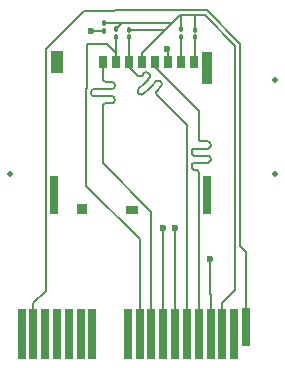
<source format=gbr>
%TF.GenerationSoftware,KiCad,Pcbnew,8.0.8*%
%TF.CreationDate,2025-07-23T18:09:19+02:00*%
%TF.ProjectId,CartridgeMk3,43617274-7269-4646-9765-4d6b332e6b69,rev?*%
%TF.SameCoordinates,Original*%
%TF.FileFunction,Copper,L1,Top*%
%TF.FilePolarity,Positive*%
%FSLAX46Y46*%
G04 Gerber Fmt 4.6, Leading zero omitted, Abs format (unit mm)*
G04 Created by KiCad (PCBNEW 8.0.8) date 2025-07-23 18:09:19*
%MOMM*%
%LPD*%
G01*
G04 APERTURE LIST*
G04 Aperture macros list*
%AMRoundRect*
0 Rectangle with rounded corners*
0 $1 Rounding radius*
0 $2 $3 $4 $5 $6 $7 $8 $9 X,Y pos of 4 corners*
0 Add a 4 corners polygon primitive as box body*
4,1,4,$2,$3,$4,$5,$6,$7,$8,$9,$2,$3,0*
0 Add four circle primitives for the rounded corners*
1,1,$1+$1,$2,$3*
1,1,$1+$1,$4,$5*
1,1,$1+$1,$6,$7*
1,1,$1+$1,$8,$9*
0 Add four rect primitives between the rounded corners*
20,1,$1+$1,$2,$3,$4,$5,0*
20,1,$1+$1,$4,$5,$6,$7,0*
20,1,$1+$1,$6,$7,$8,$9,0*
20,1,$1+$1,$8,$9,$2,$3,0*%
G04 Aperture macros list end*
%TA.AperFunction,SMDPad,CuDef*%
%ADD10C,0.500000*%
%TD*%
%TA.AperFunction,SMDPad,CuDef*%
%ADD11RoundRect,0.100000X-0.100000X0.130000X-0.100000X-0.130000X0.100000X-0.130000X0.100000X0.130000X0*%
%TD*%
%TA.AperFunction,SMDPad,CuDef*%
%ADD12R,0.700000X1.100000*%
%TD*%
%TA.AperFunction,SMDPad,CuDef*%
%ADD13R,0.900000X0.930000*%
%TD*%
%TA.AperFunction,SMDPad,CuDef*%
%ADD14R,1.050000X0.780000*%
%TD*%
%TA.AperFunction,SMDPad,CuDef*%
%ADD15R,0.700000X3.330000*%
%TD*%
%TA.AperFunction,SMDPad,CuDef*%
%ADD16R,1.140000X1.830000*%
%TD*%
%TA.AperFunction,SMDPad,CuDef*%
%ADD17R,0.860000X2.800000*%
%TD*%
%TA.AperFunction,ConnectorPad*%
%ADD18R,0.700000X3.200000*%
%TD*%
%TA.AperFunction,ConnectorPad*%
%ADD19R,0.700000X4.300000*%
%TD*%
%TA.AperFunction,ViaPad*%
%ADD20C,0.600000*%
%TD*%
%TA.AperFunction,Conductor*%
%ADD21C,0.200000*%
%TD*%
G04 APERTURE END LIST*
D10*
%TO.P,FD1,*%
%TO.N,*%
X167000000Y-61500000D03*
%TD*%
D11*
%TO.P,R1,1*%
%TO.N,3V3*%
X182650000Y-49235000D03*
%TO.P,R1,2*%
%TO.N,SD_DAT1*%
X182650000Y-49875000D03*
%TD*%
%TO.P,R3,1*%
%TO.N,3V3*%
X174950000Y-48680000D03*
%TO.P,R3,2*%
%TO.N,SD_DAT2*%
X174950000Y-49320000D03*
%TD*%
D10*
%TO.P,FD2,*%
%TO.N,*%
X189500000Y-53500000D03*
%TD*%
%TO.P,FD3,*%
%TO.N,*%
X189500000Y-61500000D03*
%TD*%
D11*
%TO.P,R5,1*%
%TO.N,3V3*%
X175995000Y-49230000D03*
%TO.P,R5,2*%
%TO.N,SD_DAT3*%
X175995000Y-49870000D03*
%TD*%
%TO.P,R2,1*%
%TO.N,3V3*%
X181500000Y-49230000D03*
%TO.P,R2,2*%
%TO.N,SD_DAT0*%
X181500000Y-49870000D03*
%TD*%
D12*
%TO.P,J2,1,DAT2*%
%TO.N,SD_DAT2*%
X174880000Y-51985000D03*
%TO.P,J2,2,DAT3/CD*%
%TO.N,SD_DAT3*%
X175980000Y-51985000D03*
%TO.P,J2,3,CMD*%
%TO.N,SD_CMD*%
X177080000Y-51985000D03*
%TO.P,J2,4,VDD*%
%TO.N,3V3*%
X178180000Y-51985000D03*
%TO.P,J2,5,CLK*%
%TO.N,SD_CLK*%
X179280000Y-51985000D03*
%TO.P,J2,6,VSS*%
%TO.N,GND*%
X180380000Y-51985000D03*
%TO.P,J2,7,DAT0*%
%TO.N,SD_DAT0*%
X181480000Y-51985000D03*
%TO.P,J2,8,DAT1*%
%TO.N,SD_DAT1*%
X182580000Y-51985000D03*
D13*
%TO.P,J2,9,SHIELD*%
%TO.N,GND*%
X173090000Y-64450000D03*
D14*
%TO.P,J2,10*%
%TO.N,N/C*%
X177355000Y-64525000D03*
D15*
%TO.P,J2,11*%
X170780000Y-63250000D03*
D16*
X171000000Y-52000000D03*
D17*
X183660000Y-52485000D03*
D15*
X183740000Y-63250000D03*
%TD*%
D11*
%TO.P,R4,1*%
%TO.N,3V3*%
X177100000Y-49235000D03*
%TO.P,R4,2*%
%TO.N,SD_CMD*%
X177100000Y-49875000D03*
%TD*%
D18*
%TO.P,J1,A1,SUPPLY*%
%TO.N,Net-(J1-CARD_PRESENT)*%
X187000000Y-74450000D03*
D19*
%TO.P,J1,A2,+5V*%
%TO.N,unconnected-(J1-+5V-PadA2)*%
X186000000Y-75000000D03*
%TO.P,J1,A3,+3.3V*%
%TO.N,3V3*%
X185000000Y-75000000D03*
%TO.P,J1,A4,GND*%
%TO.N,GND*%
X184000000Y-75000000D03*
%TO.P,J1,A5,SD_CLK*%
%TO.N,SD_CLK*%
X183000000Y-75000000D03*
%TO.P,J1,A6,SD_CMD*%
%TO.N,SD_CMD*%
X182000000Y-75000000D03*
%TO.P,J1,A7,SD_DAT0*%
%TO.N,SD_DAT0*%
X181000000Y-75000000D03*
%TO.P,J1,A8,SD_DAT1*%
%TO.N,SD_DAT1*%
X180000000Y-75000000D03*
%TO.P,J1,A9,SD_DAT2*%
%TO.N,SD_DAT2*%
X179000000Y-75000000D03*
%TO.P,J1,A10,SD_DAT3*%
%TO.N,SD_DAT3*%
X178000000Y-75000000D03*
%TO.P,J1,A11*%
%TO.N,unconnected-(J1-PadA11)*%
X177000000Y-75000000D03*
%TO.P,J1,A12*%
%TO.N,unconnected-(J1-PadA12)*%
X174000000Y-75000000D03*
%TO.P,J1,A13*%
%TO.N,unconnected-(J1-PadA13)*%
X173000000Y-75000000D03*
%TO.P,J1,A14*%
%TO.N,unconnected-(J1-PadA14)*%
X172000000Y-75000000D03*
%TO.P,J1,A15*%
%TO.N,unconnected-(J1-PadA15)*%
X171000000Y-75000000D03*
%TO.P,J1,A16*%
%TO.N,unconnected-(J1-PadA16)*%
X170000000Y-75000000D03*
%TO.P,J1,A17,CARD_PRESENT*%
%TO.N,Net-(J1-CARD_PRESENT)*%
X169000000Y-75000000D03*
%TO.P,J1,A18*%
%TO.N,unconnected-(J1-PadA18)*%
X168000000Y-75000000D03*
%TD*%
D20*
%TO.N,SD_DAT1*%
X182580000Y-51985000D03*
X180000000Y-66000000D03*
%TO.N,GND*%
X173090000Y-64450000D03*
X180350000Y-50850000D03*
X183950000Y-68650000D03*
%TO.N,SD_DAT0*%
X181480000Y-51985000D03*
X181000000Y-66000000D03*
%TO.N,SD_DAT2*%
X173875000Y-49325000D03*
X174880000Y-51985000D03*
%TD*%
D21*
%TO.N,SD_DAT3*%
X175995000Y-51970000D02*
X175980000Y-51985000D01*
X173480000Y-62480000D02*
X173480000Y-54273241D01*
X175995000Y-49870000D02*
X175995000Y-51970000D01*
X173550000Y-54203241D02*
X173550000Y-50500000D01*
X173480000Y-54273241D02*
X173550000Y-54203241D01*
X175980000Y-51235000D02*
X175980000Y-51985000D01*
X178000000Y-74750000D02*
X178000000Y-67000000D01*
X178000000Y-67000000D02*
X173480000Y-62480000D01*
X173550000Y-50500000D02*
X175245000Y-50500000D01*
X175245000Y-50500000D02*
X175980000Y-51235000D01*
%TO.N,Net-(J1-CARD_PRESENT)*%
X175834315Y-47650000D02*
X175884315Y-47600000D01*
X186500000Y-50434314D02*
X186500000Y-67600000D01*
X183665686Y-47600000D02*
X186500000Y-50434314D01*
X175884315Y-47600000D02*
X183665686Y-47600000D01*
X187000000Y-68100000D02*
X187000000Y-74200000D01*
X186500000Y-67600000D02*
X187000000Y-68100000D01*
X173265000Y-47650000D02*
X175834315Y-47650000D01*
X169000000Y-74750000D02*
X169000000Y-72400000D01*
X169000000Y-72400000D02*
X170050000Y-71350000D01*
X170050000Y-50865000D02*
X173265000Y-47650000D01*
X170050000Y-71350000D02*
X170050000Y-50865000D01*
%TO.N,SD_DAT1*%
X182650000Y-51915000D02*
X182580000Y-51985000D01*
X180000000Y-74750000D02*
X180000000Y-66000000D01*
X182650000Y-49875000D02*
X182650000Y-51915000D01*
%TO.N,GND*%
X173000000Y-64540000D02*
X173090000Y-64450000D01*
X180380000Y-51985000D02*
X180380000Y-50880000D01*
X183950000Y-71650000D02*
X184000000Y-71700000D01*
X184000000Y-71700000D02*
X184000000Y-74750000D01*
X183950000Y-68650000D02*
X183950000Y-71650000D01*
X180380000Y-50880000D02*
X180350000Y-50850000D01*
%TO.N,SD_DAT0*%
X181500000Y-51965000D02*
X181480000Y-51985000D01*
X181000000Y-74750000D02*
X181000000Y-66000000D01*
X181500000Y-49870000D02*
X181500000Y-51965000D01*
%TO.N,3V3*%
X185000000Y-74750000D02*
X185000000Y-72400000D01*
X182650000Y-48000000D02*
X181415000Y-48000000D01*
X175995000Y-49155000D02*
X176500000Y-48650000D01*
X186100000Y-50600000D02*
X183500000Y-48000000D01*
X176500000Y-48650000D02*
X180765000Y-48650000D01*
X174950000Y-48680000D02*
X176470000Y-48680000D01*
X176470000Y-48680000D02*
X176500000Y-48650000D01*
X181500000Y-49230000D02*
X181500000Y-48085000D01*
X186100000Y-71300000D02*
X186100000Y-50600000D01*
X181500000Y-48085000D02*
X181415000Y-48000000D01*
X185000000Y-72400000D02*
X186100000Y-71300000D01*
X180782500Y-48632500D02*
X180182500Y-49232500D01*
X182650000Y-49235000D02*
X182650000Y-48000000D01*
X175995000Y-49230000D02*
X175995000Y-49155000D01*
X181415000Y-48000000D02*
X180782500Y-48632500D01*
X178180000Y-51235000D02*
X178180000Y-51985000D01*
X183500000Y-48000000D02*
X182650000Y-48000000D01*
X180765000Y-48650000D02*
X180782500Y-48632500D01*
X177100000Y-49235000D02*
X180180000Y-49235000D01*
X180180000Y-49235000D02*
X180182500Y-49232500D01*
X180182500Y-49232500D02*
X178180000Y-51235000D01*
%TO.N,SD_DAT2*%
X174880000Y-56613418D02*
X174880000Y-60535000D01*
X175120000Y-54274589D02*
X174880000Y-54274589D01*
X174880000Y-54874589D02*
X175120000Y-54874589D01*
X173880000Y-49320000D02*
X173875000Y-49325000D01*
X175640000Y-54274589D02*
X175120000Y-54274589D01*
X174950000Y-49320000D02*
X173880000Y-49320000D01*
X175120000Y-54874589D02*
X175640000Y-54874589D01*
X174880000Y-55714589D02*
X174880000Y-55834589D01*
X174880000Y-55834589D02*
X174880000Y-56613418D01*
X174120000Y-54874589D02*
X174880000Y-54874589D01*
X175880000Y-53914589D02*
X175880000Y-54034589D01*
X175120000Y-53674589D02*
X175640000Y-53674589D01*
X173875000Y-49325000D02*
X173850000Y-49350000D01*
X175880000Y-55114589D02*
X175880000Y-55234589D01*
X174880000Y-54274589D02*
X174120000Y-54274589D01*
X173880000Y-54514589D02*
X173880000Y-54634589D01*
X174880000Y-51985000D02*
X174880000Y-53434589D01*
X174880000Y-60535000D02*
X179000000Y-64655000D01*
X175640000Y-55474589D02*
X175120000Y-55474589D01*
X179000000Y-64655000D02*
X179000000Y-74750000D01*
X175880000Y-54034589D02*
G75*
G02*
X175640000Y-54274600I-240000J-11D01*
G01*
X174120000Y-54274589D02*
G75*
G03*
X173879989Y-54514589I0J-240011D01*
G01*
X175120000Y-55474589D02*
G75*
G03*
X174879989Y-55714589I0J-240011D01*
G01*
X173880000Y-54634589D02*
G75*
G03*
X174120000Y-54874600I240000J-11D01*
G01*
X175640000Y-53674589D02*
G75*
G02*
X175880011Y-53914589I0J-240011D01*
G01*
X175880000Y-55234589D02*
G75*
G02*
X175640000Y-55474600I-240000J-11D01*
G01*
X174880000Y-53434589D02*
G75*
G03*
X175120000Y-53674600I240000J-11D01*
G01*
X175640000Y-54874589D02*
G75*
G02*
X175880011Y-55114589I0J-240011D01*
G01*
%TO.N,SD_CLK*%
X183000000Y-56105000D02*
X179280000Y-52385000D01*
X183000000Y-57668353D02*
X183000000Y-56105000D01*
X183000000Y-58352137D02*
X183000000Y-57668353D01*
X183240000Y-59312137D02*
X183760000Y-59312137D01*
X179280000Y-52385000D02*
X179280000Y-51985000D01*
X183000000Y-59312137D02*
X183240000Y-59312137D01*
X183000000Y-59912137D02*
X182640000Y-59912137D01*
X184000000Y-60272137D02*
X184000000Y-60152137D01*
X183760000Y-58712137D02*
X183240000Y-58712137D01*
X183000000Y-58472137D02*
X183000000Y-58352137D01*
X184000000Y-59072137D02*
X184000000Y-58952137D01*
X182640000Y-59312137D02*
X183000000Y-59312137D01*
X182640000Y-60512137D02*
X182760000Y-60512137D01*
X183760000Y-59912137D02*
X183000000Y-59912137D01*
X182400000Y-60872137D02*
X182400000Y-60752137D01*
X182400000Y-59672137D02*
X182400000Y-59552137D01*
X183000000Y-74750000D02*
X183000000Y-61352137D01*
X182760000Y-60512137D02*
X183000000Y-60512137D01*
X183000000Y-60512137D02*
X183760000Y-60512137D01*
X182760000Y-61112137D02*
X182640000Y-61112137D01*
X183760000Y-60512137D02*
G75*
G03*
X184000037Y-60272137I0J240037D01*
G01*
X183760000Y-59312137D02*
G75*
G03*
X184000037Y-59072137I0J240037D01*
G01*
X182400000Y-59552137D02*
G75*
G02*
X182640000Y-59312100I240000J37D01*
G01*
X182640000Y-59912137D02*
G75*
G02*
X182399963Y-59672137I0J240037D01*
G01*
X183000000Y-61352137D02*
G75*
G03*
X182760000Y-61112100I-240000J37D01*
G01*
X182400000Y-60752137D02*
G75*
G02*
X182640000Y-60512100I240000J37D01*
G01*
X184000000Y-60152137D02*
G75*
G03*
X183760000Y-59912100I-240000J37D01*
G01*
X184000000Y-58952137D02*
G75*
G03*
X183760000Y-58712100I-240000J37D01*
G01*
X182640000Y-61112137D02*
G75*
G02*
X182399963Y-60872137I0J240037D01*
G01*
X183240000Y-58712137D02*
G75*
G02*
X182999963Y-58472137I0J240037D01*
G01*
%TO.N,SD_CMD*%
X177100000Y-49875000D02*
X177100000Y-51965000D01*
X178848843Y-54153842D02*
X178848843Y-54153843D01*
X177100000Y-51965000D02*
X177080000Y-51985000D01*
X182000000Y-57305000D02*
X182000000Y-74750000D01*
X180031403Y-55336403D02*
X182000000Y-57305000D01*
X178170024Y-53135613D02*
X178396297Y-52909337D01*
X178735709Y-52909338D02*
X178820561Y-52994190D01*
X178594285Y-53559875D02*
X178424580Y-53729580D01*
X179725655Y-53616441D02*
X179810507Y-53701293D01*
X178424580Y-53729580D02*
X177887178Y-54266981D01*
X178848843Y-54153843D02*
X179018547Y-53984136D01*
X178820561Y-53333602D02*
X178594285Y-53559875D01*
X179527665Y-54832665D02*
X180031403Y-55336403D01*
X179810507Y-54040705D02*
X179442812Y-54408401D01*
X178311442Y-54691244D02*
X178848843Y-54153842D01*
X179442811Y-54747811D02*
X179527665Y-54832665D01*
X177080000Y-51985000D02*
X177080000Y-52385000D01*
X177887178Y-54606392D02*
X177972030Y-54691244D01*
X179018547Y-53984136D02*
X179386243Y-53616440D01*
X177080000Y-52385000D02*
X177830612Y-53135612D01*
X177887178Y-54266981D02*
G75*
G03*
X177887164Y-54606405I169722J-169719D01*
G01*
X177830612Y-53135612D02*
G75*
G03*
X178170005Y-53135595I169688J169712D01*
G01*
X179386243Y-53616440D02*
G75*
G02*
X179725607Y-53616489I169657J-169760D01*
G01*
X179810507Y-53701293D02*
G75*
G02*
X179810508Y-54040706I-169707J-169707D01*
G01*
X177972030Y-54691244D02*
G75*
G03*
X178311442Y-54691244I169706J169704D01*
G01*
X178820561Y-52994190D02*
G75*
G02*
X178820565Y-53333606I-169661J-169710D01*
G01*
X179442812Y-54408401D02*
G75*
G03*
X179442817Y-54747804I169688J-169699D01*
G01*
X178396297Y-52909337D02*
G75*
G02*
X178735706Y-52909341I169703J-169663D01*
G01*
%TD*%
M02*

</source>
